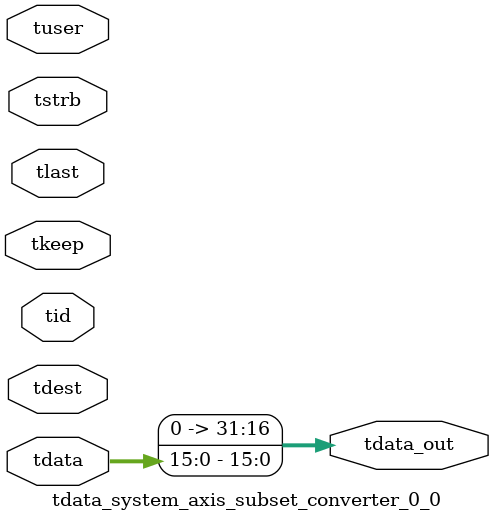
<source format=v>


`timescale 1ps/1ps

module tdata_system_axis_subset_converter_0_0 #
(
parameter C_S_AXIS_TDATA_WIDTH = 32,
parameter C_S_AXIS_TUSER_WIDTH = 0,
parameter C_S_AXIS_TID_WIDTH   = 0,
parameter C_S_AXIS_TDEST_WIDTH = 0,
parameter C_M_AXIS_TDATA_WIDTH = 32
)
(
input  [(C_S_AXIS_TDATA_WIDTH == 0 ? 1 : C_S_AXIS_TDATA_WIDTH)-1:0     ] tdata,
input  [(C_S_AXIS_TUSER_WIDTH == 0 ? 1 : C_S_AXIS_TUSER_WIDTH)-1:0     ] tuser,
input  [(C_S_AXIS_TID_WIDTH   == 0 ? 1 : C_S_AXIS_TID_WIDTH)-1:0       ] tid,
input  [(C_S_AXIS_TDEST_WIDTH == 0 ? 1 : C_S_AXIS_TDEST_WIDTH)-1:0     ] tdest,
input  [(C_S_AXIS_TDATA_WIDTH/8)-1:0 ] tkeep,
input  [(C_S_AXIS_TDATA_WIDTH/8)-1:0 ] tstrb,
input                                                                    tlast,
output [C_M_AXIS_TDATA_WIDTH-1:0] tdata_out
);

assign tdata_out = {tdata[15:0]};

endmodule


</source>
